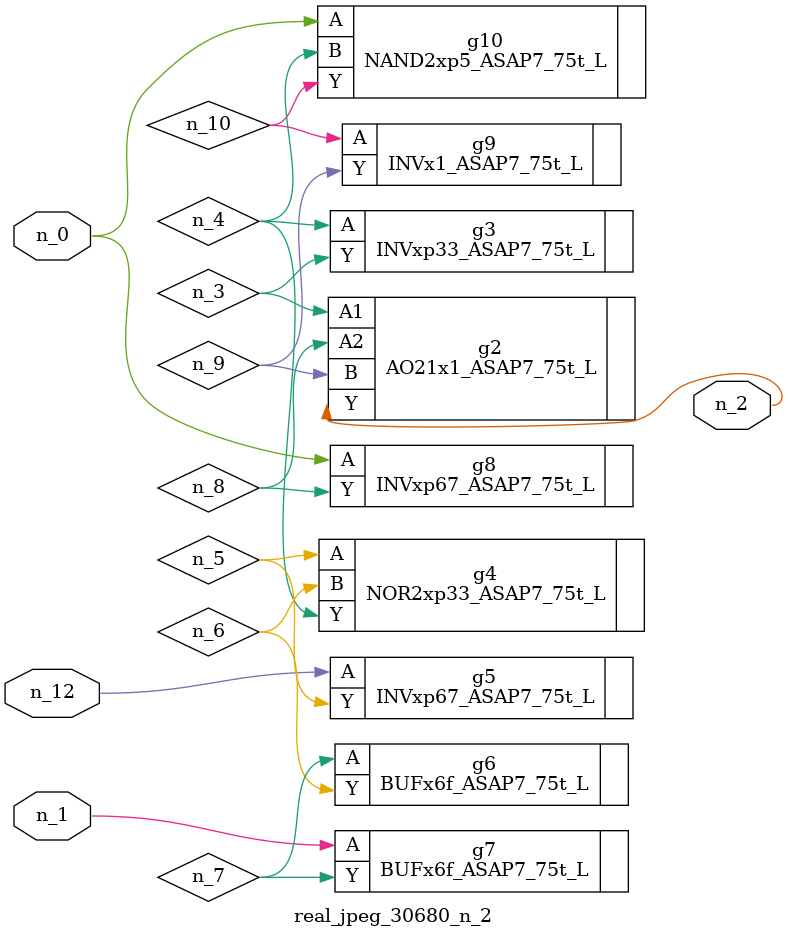
<source format=v>
module real_jpeg_30680_n_2 (n_12, n_1, n_0, n_2);

input n_12;
input n_1;
input n_0;

output n_2;

wire n_5;
wire n_8;
wire n_4;
wire n_6;
wire n_7;
wire n_3;
wire n_10;
wire n_9;

INVxp67_ASAP7_75t_L g8 ( 
.A(n_0),
.Y(n_8)
);

NAND2xp5_ASAP7_75t_L g10 ( 
.A(n_0),
.B(n_4),
.Y(n_10)
);

BUFx6f_ASAP7_75t_L g7 ( 
.A(n_1),
.Y(n_7)
);

AO21x1_ASAP7_75t_L g2 ( 
.A1(n_3),
.A2(n_8),
.B(n_9),
.Y(n_2)
);

INVxp33_ASAP7_75t_L g3 ( 
.A(n_4),
.Y(n_3)
);

NOR2xp33_ASAP7_75t_L g4 ( 
.A(n_5),
.B(n_6),
.Y(n_4)
);

BUFx6f_ASAP7_75t_L g6 ( 
.A(n_7),
.Y(n_6)
);

INVx1_ASAP7_75t_L g9 ( 
.A(n_10),
.Y(n_9)
);

INVxp67_ASAP7_75t_L g5 ( 
.A(n_12),
.Y(n_5)
);


endmodule
</source>
